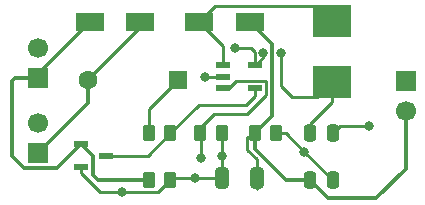
<source format=gbr>
%TF.GenerationSoftware,KiCad,Pcbnew,9.0.1*%
%TF.CreationDate,2025-07-01T21:06:15-04:00*%
%TF.ProjectId,Tiny Solar Power Suppy,54696e79-2053-46f6-9c61-7220506f7765,rev?*%
%TF.SameCoordinates,Original*%
%TF.FileFunction,Copper,L1,Top*%
%TF.FilePolarity,Positive*%
%FSLAX46Y46*%
G04 Gerber Fmt 4.6, Leading zero omitted, Abs format (unit mm)*
G04 Created by KiCad (PCBNEW 9.0.1) date 2025-07-01 21:06:15*
%MOMM*%
%LPD*%
G01*
G04 APERTURE LIST*
G04 Aperture macros list*
%AMRoundRect*
0 Rectangle with rounded corners*
0 $1 Rounding radius*
0 $2 $3 $4 $5 $6 $7 $8 $9 X,Y pos of 4 corners*
0 Add a 4 corners polygon primitive as box body*
4,1,4,$2,$3,$4,$5,$6,$7,$8,$9,$2,$3,0*
0 Add four circle primitives for the rounded corners*
1,1,$1+$1,$2,$3*
1,1,$1+$1,$4,$5*
1,1,$1+$1,$6,$7*
1,1,$1+$1,$8,$9*
0 Add four rect primitives between the rounded corners*
20,1,$1+$1,$2,$3,$4,$5,0*
20,1,$1+$1,$4,$5,$6,$7,0*
20,1,$1+$1,$6,$7,$8,$9,0*
20,1,$1+$1,$8,$9,$2,$3,0*%
G04 Aperture macros list end*
%TA.AperFunction,ComponentPad*%
%ADD10C,1.700000*%
%TD*%
%TA.AperFunction,ComponentPad*%
%ADD11R,1.700000X1.700000*%
%TD*%
%TA.AperFunction,SMDPad,CuDef*%
%ADD12R,3.302000X2.667000*%
%TD*%
%TA.AperFunction,SMDPad,CuDef*%
%ADD13R,1.181100X0.558800*%
%TD*%
%TA.AperFunction,ComponentPad*%
%ADD14C,1.600000*%
%TD*%
%TA.AperFunction,ComponentPad*%
%ADD15RoundRect,0.250000X0.550000X0.550000X-0.550000X0.550000X-0.550000X-0.550000X0.550000X-0.550000X0*%
%TD*%
%TA.AperFunction,SMDPad,CuDef*%
%ADD16RoundRect,0.250000X-0.262500X-0.450000X0.262500X-0.450000X0.262500X0.450000X-0.262500X0.450000X0*%
%TD*%
%TA.AperFunction,SMDPad,CuDef*%
%ADD17RoundRect,0.250000X-0.250000X-0.475000X0.250000X-0.475000X0.250000X0.475000X-0.250000X0.475000X0*%
%TD*%
%TA.AperFunction,SMDPad,CuDef*%
%ADD18RoundRect,0.250000X0.325000X0.650000X-0.325000X0.650000X-0.325000X-0.650000X0.325000X-0.650000X0*%
%TD*%
%TA.AperFunction,SMDPad,CuDef*%
%ADD19R,1.300000X0.600000*%
%TD*%
%TA.AperFunction,SMDPad,CuDef*%
%ADD20R,2.350000X1.550000*%
%TD*%
%TA.AperFunction,ViaPad*%
%ADD21C,0.800000*%
%TD*%
%TA.AperFunction,Conductor*%
%ADD22C,0.250000*%
%TD*%
%TA.AperFunction,Conductor*%
%ADD23C,0.350000*%
%TD*%
G04 APERTURE END LIST*
D10*
%TO.P,J1,2,Pin_2*%
%TO.N,/OUT_P*%
X126200000Y-123340000D03*
D11*
%TO.P,J1,1,Pin_1*%
%TO.N,GNDD*%
X126200000Y-120800000D03*
%TD*%
D12*
%TO.P,L1,2,2*%
%TO.N,Net-(J3-Pin_1)*%
X120000000Y-120865400D03*
%TO.P,L1,1,1*%
%TO.N,Net-(U1-SW)*%
X120000000Y-115734600D03*
%TD*%
D13*
%TO.P,U1,5,VIN*%
%TO.N,Net-(J3-Pin_1)*%
X113465250Y-119462499D03*
%TO.P,U1,4,SHDN*%
%TO.N,Net-(Q1-D)*%
X113465250Y-121362501D03*
%TO.P,U1,3,FB*%
%TO.N,Net-(U1-FB)*%
X110734750Y-121362501D03*
%TO.P,U1,2,GND*%
%TO.N,GNDD*%
X110734750Y-120412500D03*
%TO.P,U1,1,SW*%
%TO.N,Net-(U1-SW)*%
X110734750Y-119462499D03*
%TD*%
D14*
%TO.P,J3,2,Pin_2*%
%TO.N,/BAT_P*%
X99355000Y-120687500D03*
D15*
%TO.P,J3,1,Pin_1*%
%TO.N,Net-(J3-Pin_1)*%
X106975000Y-120687500D03*
%TD*%
D16*
%TO.P,R2,1*%
%TO.N,Net-(U1-FB)*%
X108825000Y-125200000D03*
%TO.P,R2,2*%
%TO.N,GNDD*%
X110650000Y-125200000D03*
%TD*%
%TO.P,R1,1*%
%TO.N,/OUT_P*%
X113425000Y-125200000D03*
%TO.P,R1,2*%
%TO.N,Net-(U1-FB)*%
X115250000Y-125200000D03*
%TD*%
D17*
%TO.P,C1,1*%
%TO.N,Net-(J3-Pin_1)*%
X118150000Y-125200000D03*
%TO.P,C1,2*%
%TO.N,GNDD*%
X120050000Y-125200000D03*
%TD*%
%TO.P,C3,1*%
%TO.N,/OUT_P*%
X118150000Y-129200000D03*
%TO.P,C3,2*%
%TO.N,Net-(U1-FB)*%
X120050000Y-129200000D03*
%TD*%
D18*
%TO.P,C2,1*%
%TO.N,/OUT_P*%
X113600000Y-129000000D03*
%TO.P,C2,2*%
%TO.N,GNDD*%
X110650000Y-129000000D03*
%TD*%
D16*
%TO.P,R4,1*%
%TO.N,/SOLAR_P*%
X104475000Y-129200000D03*
%TO.P,R4,2*%
%TO.N,GNDD*%
X106300000Y-129200000D03*
%TD*%
D19*
%TO.P,Q1,1,G*%
%TO.N,/SOLAR_P*%
X98700000Y-126150000D03*
%TO.P,Q1,2,S*%
%TO.N,GNDD*%
X98700000Y-128050000D03*
%TO.P,Q1,3,D*%
%TO.N,Net-(Q1-D)*%
X100800000Y-127100000D03*
%TD*%
D20*
%TO.P,D1,1*%
%TO.N,/OUT_P*%
X113050000Y-115800000D03*
%TO.P,D1,2*%
%TO.N,Net-(U1-SW)*%
X108750000Y-115800000D03*
%TD*%
%TO.P,D2,1*%
%TO.N,/BAT_P*%
X103750000Y-115800000D03*
%TO.P,D2,2*%
%TO.N,/SOLAR_P*%
X99450000Y-115800000D03*
%TD*%
D16*
%TO.P,R3,1*%
%TO.N,Net-(J3-Pin_1)*%
X104475000Y-125200000D03*
%TO.P,R3,2*%
%TO.N,Net-(Q1-D)*%
X106300000Y-125200000D03*
%TD*%
D11*
%TO.P,J2,1,Pin_1*%
%TO.N,/BAT_P*%
X95085000Y-126900000D03*
D10*
%TO.P,J2,2,Pin_2*%
%TO.N,GNDD*%
X95085000Y-124360000D03*
%TD*%
D11*
%TO.P,J4,1,Pin_1*%
%TO.N,/SOLAR_P*%
X95085000Y-120540000D03*
D10*
%TO.P,J4,2,Pin_2*%
%TO.N,GNDD*%
X95085000Y-118000000D03*
%TD*%
D21*
%TO.N,GNDD*%
X109212500Y-120412500D03*
X108400000Y-129000000D03*
X110650000Y-127100000D03*
X102200000Y-130226000D03*
X123100000Y-124600000D03*
%TO.N,Net-(J3-Pin_1)*%
X111800000Y-118000000D03*
X114107800Y-118400000D03*
X115657800Y-118400000D03*
%TO.N,Net-(U1-FB)*%
X117625000Y-126775000D03*
X108900000Y-127300000D03*
%TD*%
D22*
%TO.N,Net-(U1-FB)*%
X120050000Y-129200000D02*
X117625000Y-126775000D01*
%TO.N,GNDD*%
X120650000Y-124600000D02*
X123100000Y-124600000D01*
X105274000Y-130226000D02*
X106300000Y-129200000D01*
X98700000Y-128050000D02*
X98700000Y-128600000D01*
X108400000Y-129000000D02*
X106500000Y-129000000D01*
X98700000Y-128600000D02*
X100326000Y-130226000D01*
X106500000Y-129000000D02*
X106300000Y-129200000D01*
X123100000Y-124600000D02*
X123200000Y-124600000D01*
X110650000Y-129000000D02*
X108400000Y-129000000D01*
X110650000Y-129000000D02*
X110650000Y-127100000D01*
X110650000Y-127100000D02*
X110650000Y-125200000D01*
X102200000Y-130226000D02*
X105274000Y-130226000D01*
X120050000Y-125200000D02*
X120650000Y-124600000D01*
X110734750Y-120412500D02*
X109212500Y-120412500D01*
X100326000Y-130226000D02*
X102200000Y-130226000D01*
%TO.N,Net-(J3-Pin_1)*%
X113100000Y-118000000D02*
X111800000Y-118000000D01*
X113465250Y-119462499D02*
X113465250Y-118365250D01*
X118150000Y-125200000D02*
X118150000Y-124450000D01*
X104475000Y-125200000D02*
X104475000Y-123187500D01*
X118743700Y-122121700D02*
X116569608Y-122121700D01*
X118150000Y-124450000D02*
X120000000Y-122600000D01*
X104475000Y-123187500D02*
X106975000Y-120687500D01*
X114107800Y-118819949D02*
X113465250Y-119462499D01*
X120000000Y-120865400D02*
X118743700Y-122121700D01*
X115657800Y-121209892D02*
X115657800Y-118400000D01*
X113465250Y-118365250D02*
X113100000Y-118000000D01*
X114107800Y-118400000D02*
X114107800Y-118819949D01*
X120000000Y-122600000D02*
X120000000Y-120865400D01*
X116569608Y-122121700D02*
X115657800Y-121209892D01*
D23*
%TO.N,/OUT_P*%
X119650000Y-130700000D02*
X118150000Y-129200000D01*
D22*
X112800000Y-125500000D02*
X113125000Y-125500000D01*
D23*
X116100000Y-129200000D02*
X113425000Y-126525000D01*
X113425000Y-126525000D02*
X113425000Y-125200000D01*
X118150000Y-129200000D02*
X116100000Y-129200000D01*
X113050000Y-115800000D02*
X114882800Y-117632800D01*
D22*
X113600000Y-129000000D02*
X113600000Y-129900000D01*
X112800000Y-126600000D02*
X112800000Y-125500000D01*
X113125000Y-125500000D02*
X113425000Y-125200000D01*
D23*
X126200000Y-123340000D02*
X126200000Y-128200000D01*
X114882800Y-123742200D02*
X113425000Y-125200000D01*
X123700000Y-130700000D02*
X119650000Y-130700000D01*
X114882800Y-117632800D02*
X114882800Y-123742200D01*
D22*
X113600000Y-127400000D02*
X112800000Y-126600000D01*
X113600000Y-129000000D02*
X113600000Y-127400000D01*
D23*
X126200000Y-128200000D02*
X123700000Y-130700000D01*
D22*
%TO.N,Net-(U1-FB)*%
X116050000Y-125200000D02*
X115250000Y-125200000D01*
%TO.N,Net-(U1-SW)*%
X120000000Y-115734600D02*
X118743700Y-114478300D01*
X110734750Y-117784750D02*
X108750000Y-115800000D01*
X110734750Y-119462499D02*
X110734750Y-117784750D01*
X110071700Y-114478300D02*
X108750000Y-115800000D01*
X118743700Y-114478300D02*
X110071700Y-114478300D01*
D23*
%TO.N,/BAT_P*%
X99355000Y-122630000D02*
X99355000Y-120687500D01*
X95085000Y-126900000D02*
X99355000Y-122630000D01*
X103750000Y-116292500D02*
X103750000Y-115800000D01*
X99355000Y-120687500D02*
X103750000Y-116292500D01*
%TO.N,/SOLAR_P*%
X104475000Y-129200000D02*
X100200000Y-129200000D01*
X98700000Y-126150000D02*
X96724000Y-128126000D01*
X93859000Y-128126000D02*
X92900000Y-127167000D01*
X92900000Y-127167000D02*
X92900000Y-120800000D01*
X95085000Y-120540000D02*
X95085000Y-120165000D01*
X92900000Y-120800000D02*
X93160000Y-120540000D01*
X100200000Y-129200000D02*
X99726000Y-128726000D01*
X99726000Y-128726000D02*
X99726000Y-127176000D01*
X96724000Y-128126000D02*
X93859000Y-128126000D01*
X99726000Y-127176000D02*
X98700000Y-126150000D01*
X95085000Y-120165000D02*
X99450000Y-115800000D01*
X93160000Y-120540000D02*
X95085000Y-120540000D01*
D22*
%TO.N,Net-(Q1-D)*%
X100800000Y-127100000D02*
X104400000Y-127100000D01*
X108700000Y-122800000D02*
X112700000Y-122800000D01*
X106300000Y-125200000D02*
X108700000Y-122800000D01*
X113465250Y-122034750D02*
X113465250Y-121362501D01*
X104400000Y-127100000D02*
X106300000Y-125200000D01*
X112700000Y-122800000D02*
X113465250Y-122034750D01*
%TO.N,Net-(U1-FB)*%
X111842899Y-120757101D02*
X111237499Y-121362501D01*
X114381800Y-120757101D02*
X111842899Y-120757101D01*
X112749701Y-123600000D02*
X114381800Y-121967901D01*
X110000000Y-123600000D02*
X112749701Y-123600000D01*
X114381800Y-121967901D02*
X114381800Y-120757101D01*
X111237499Y-121362501D02*
X110734750Y-121362501D01*
X108825000Y-125200000D02*
X108825000Y-124775000D01*
X108825000Y-124775000D02*
X110000000Y-123600000D01*
X117625000Y-126775000D02*
X116050000Y-125200000D01*
X108900000Y-125275000D02*
X108825000Y-125200000D01*
X108900000Y-127300000D02*
X108900000Y-125275000D01*
%TD*%
M02*

</source>
